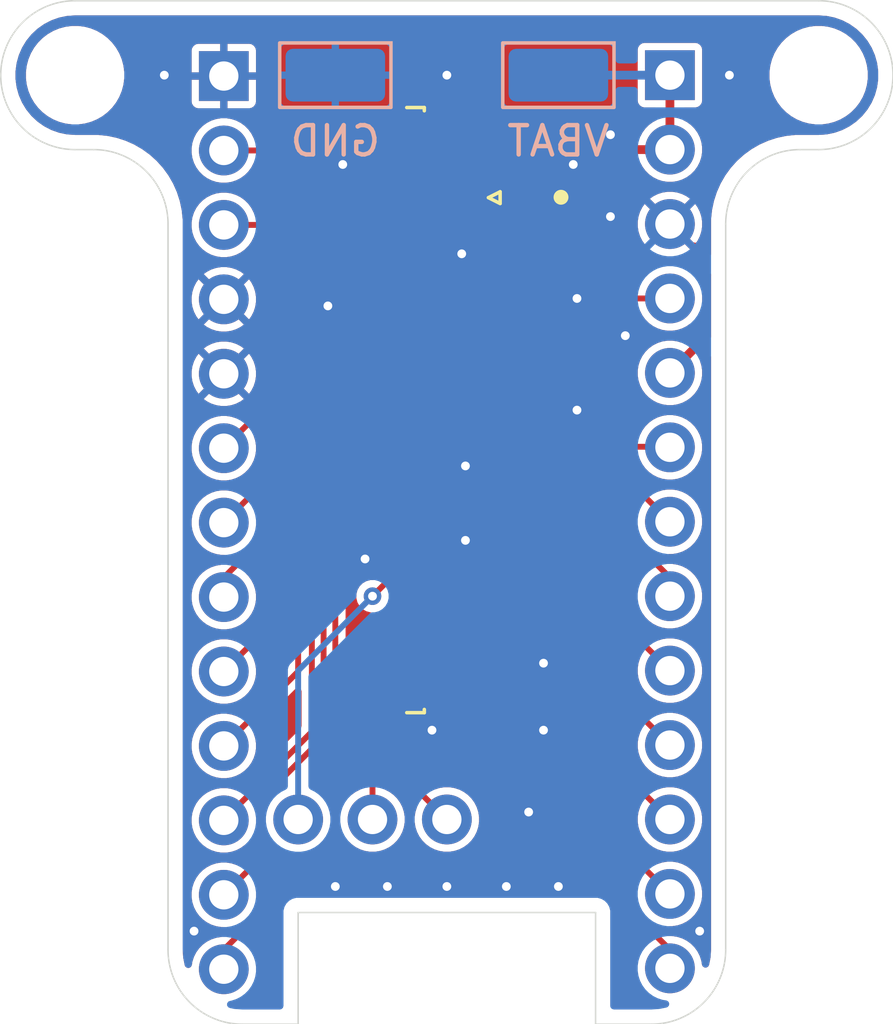
<source format=kicad_pcb>
(kicad_pcb (version 20241229) (generator "pcbnew") (generator_version "9.0")
  (layers (0 "F.Cu" signal) (2 "B.Cu" signal) (13 "F.Paste" user) (15 "B.Paste" user) (5 "F.SilkS" user "F.Silkscreen") (7 "B.SilkS" user "B.Silkscreen") (1 "F.Mask" user) (3 "B.Mask" user) (25 "Edge.Cuts" user))
  (net 0 "")
  (net 1 "GND")
  (net 2 "P1.00")
  (net 3 "P0.20")
  (net 4 "P0.11")
  (net 5 "P1.06")
  (net 6 "P0.22")
  (net 7 "P0.17")
  (net 8 "P0.24")
  (net 9 "P0.06")
  (net 10 "P0.08")
  (net 11 "P1.04")
  (net 12 "P1.07")
  (net 13 "P1.02")
  (net 14 "P1.01")
  (net 15 "+BATT")
  (net 16 "P0.02")
  (net 17 "P0.10")
  (net 18 "P0.29")
  (net 19 "P1.11")
  (net 20 "P0.31")
  (net 21 "RESET")
  (net 22 "P1.15")
  (net 23 "P1.13")
  (net 24 "+3.3V")
  (net 25 "P0.09")
  (footprint "Connector_PinHeader_2.54mm:PinHeader_1x13_P2.54mm_Vertical" (layer "F.Cu") (at 127 91.47)
    (property "Reference" "J1" (hide yes))
    (property "Value" "Conn_01x13" (hide yes))
    (pad "1" thru_hole rect (at 0 0) (size 1.7 1.7) (drill 1) (layers "*.Cu" "*.Mask") (net 1 "GND"))
    (pad "2" thru_hole circle (at 0 2.54) (size 1.7 1.7) (drill 1) (layers "*.Cu" "*.Mask") (net 9 "P0.06"))
    (pad "3" thru_hole circle (at 0 5.08) (size 1.7 1.7) (drill 1) (layers "*.Cu" "*.Mask") (net 10 "P0.08"))
    (pad "4" thru_hole circle (at 0 7.62) (size 1.7 1.7) (drill 1) (layers "*.Cu" "*.Mask") (net 1 "GND"))
    (pad "5" thru_hole circle (at 0 10.16) (size 1.7 1.7) (drill 1) (layers "*.Cu" "*.Mask") (net 1 "GND"))
    (pad "6" thru_hole circle (at 0 12.7) (size 1.7 1.7) (drill 1) (layers "*.Cu" "*.Mask") (net 7 "P0.17"))
    (pad "7" thru_hole circle (at 0 15.24) (size 1.7 1.7) (drill 1) (layers "*.Cu" "*.Mask") (net 3 "P0.20"))
    (pad "8" thru_hole circle (at 0 17.78) (size 1.7 1.7) (drill 1) (layers "*.Cu" "*.Mask") (net 6 "P0.22"))
    (pad "9" thru_hole circle (at 0 20.32) (size 1.7 1.7) (drill 1) (layers "*.Cu" "*.Mask") (net 8 "P0.24"))
    (pad "10" thru_hole circle (at 0 22.86) (size 1.7 1.7) (drill 1) (layers "*.Cu" "*.Mask") (net 2 "P1.00"))
    (pad "11" thru_hole circle (at 0 25.4) (size 1.7 1.7) (drill 1) (layers "*.Cu" "*.Mask") (net 4 "P0.11"))
    (pad "12" thru_hole circle (at 0 27.94) (size 1.7 1.7) (drill 1) (layers "*.Cu" "*.Mask") (net 11 "P1.04"))
    (pad "13" thru_hole circle (at 0 30.48) (size 1.7 1.7) (drill 1) (layers "*.Cu" "*.Mask") (net 5 "P1.06"))
  )
  (footprint "Connector_PinHeader_2.54mm:PinHeader_1x03_P2.54mm_Vertical" (layer "F.Cu") (at 129.54 116.84 90)
    (property "Reference" "J2" (hide yes))
    (property "Value" "Conn_01x03" (hide yes))
    (pad "1" thru_hole circle (at 0 0 90) (size 1.7 1.7) (drill 1) (layers "*.Cu" "*.Mask") (net 14 "P1.01"))
    (pad "2" thru_hole circle (at 0 2.54 90) (size 1.7 1.7) (drill 1) (layers "*.Cu" "*.Mask") (net 13 "P1.02"))
    (pad "3" thru_hole circle (at 0 5.08 90) (size 1.7 1.7) (drill 1) (layers "*.Cu" "*.Mask") (net 12 "P1.07"))
  )
  (footprint "MountingHole:MountingHole_2.7mm_M2.5_ISO7380" (layer "F.Cu") (at 121.92 91.44)
    (property "Reference" "H1" (hide yes))
    (property "Value" "MountingHole" (hide yes))
    (pad "" np_thru_hole circle (at 0 0) (size 2.7 2.7) (drill 2.7) (layers "*.Cu" "*.Mask"))
  )
  (footprint "Connector_FFC-FPC:TE_3-1734839-0_1x30-1MP_P0.5mm_Horizontal" (layer "F.Cu") (at 135.89 102.87 -90)
    (property "Reference" "J4" (hide yes))
    (property "Value" "Conn_01x30")
    (fp_line (start -10.325 2.04) (end -10.325 2.64) (stroke (width 0.12)) (layer "F.SilkS"))
    (fp_line (start -10.215 2.04) (end -10.325 2.04) (stroke (width 0.12)) (layer "F.SilkS"))
    (fp_line (start 10.215 2.04) (end 10.325 2.04) (stroke (width 0.12)) (layer "F.SilkS"))
    (fp_line (start 10.325 2.04) (end 10.325 2.64) (stroke (width 0.12)) (layer "F.SilkS"))
    (fp_line (start -7.25 -0.15) (end -7.05 -0.55) (stroke (width 0.12)) (layer "F.SilkS"))
    (fp_line (start -7.45 -0.55) (end -7.25 -0.15) (stroke (width 0.12)) (layer "F.SilkS"))
    (fp_line (start -7.05 -0.55) (end -7.45 -0.55) (stroke (width 0.12)) (layer "F.SilkS"))
    (pad "1" smd rect (at -7.25 -1.35 270) (size 0.3 1.1) (layers "F.Cu" "F.Mask" "F.Paste") (net 15 "+BATT"))
    (pad "2" smd rect (at -6.75 -1.35 270) (size 0.3 1.1) (layers "F.Cu" "F.Mask" "F.Paste") (net 15 "+BATT"))
    (pad "3" smd rect (at -6.25 -1.35 270) (size 0.3 1.1) (layers "F.Cu" "F.Mask" "F.Paste") (net 24 "+3.3V"))
    (pad "4" smd rect (at -5.75 -1.35 270) (size 0.3 1.1) (layers "F.Cu" "F.Mask" "F.Paste") (net 24 "+3.3V"))
    (pad "5" smd rect (at -5.25 -1.35 270) (size 0.3 1.1) (layers "F.Cu" "F.Mask" "F.Paste") (net 21 "RESET"))
    (pad "6" smd rect (at -4.75 -1.35 270) (size 0.3 1.1) (layers "F.Cu" "F.Mask" "F.Paste") (net 1 "GND"))
    (pad "7" smd rect (at -4.25 -1.35 270) (size 0.3 1.1) (layers "F.Cu" "F.Mask" "F.Paste") (net 9 "P0.06"))
    (pad "8" smd rect (at -3.75 -1.35 270) (size 0.3 1.1) (layers "F.Cu" "F.Mask" "F.Paste") (net 10 "P0.08"))
    (pad "9" smd rect (at -3.25 -1.35 270) (size 0.3 1.1) (layers "F.Cu" "F.Mask" "F.Paste") (net 7 "P0.17"))
    (pad "10" smd rect (at -2.75 -1.35 270) (size 0.3 1.1) (layers "F.Cu" "F.Mask" "F.Paste") (net 3 "P0.20"))
    (pad "11" smd rect (at -2.25 -1.35 270) (size 0.3 1.1) (layers "F.Cu" "F.Mask" "F.Paste") (net 6 "P0.22"))
    (pad "12" smd rect (at -1.75 -1.35 270) (size 0.3 1.1) (layers "F.Cu" "F.Mask" "F.Paste") (net 8 "P0.24"))
    (pad "13" smd rect (at -1.25 -1.35 270) (size 0.3 1.1) (layers "F.Cu" "F.Mask" "F.Paste") (net 2 "P1.00"))
    (pad "14" smd rect (at -0.75 -1.35 270) (size 0.3 1.1) (layers "F.Cu" "F.Mask" "F.Paste") (net 4 "P0.11"))
    (pad "15" smd rect (at -0.25 -1.35 270) (size 0.3 1.1) (layers "F.Cu" "F.Mask" "F.Paste") (net 11 "P1.04"))
    (pad "16" smd rect (at 0.25 -1.35 270) (size 0.3 1.1) (layers "F.Cu" "F.Mask" "F.Paste") (net 5 "P1.06"))
    (pad "17" smd rect (at 0.75 -1.35 270) (size 0.3 1.1) (layers "F.Cu" "F.Mask" "F.Paste") (net 1 "GND"))
    (pad "18" smd rect (at 1.25 -1.35 270) (size 0.3 1.1) (layers "F.Cu" "F.Mask" "F.Paste") (net 20 "P0.31"))
    (pad "19" smd rect (at 1.75 -1.35 270) (size 0.3 1.1) (layers "F.Cu" "F.Mask" "F.Paste") (net 18 "P0.29"))
    (pad "20" smd rect (at 2.25 -1.35 270) (size 0.3 1.1) (layers "F.Cu" "F.Mask" "F.Paste") (net 16 "P0.02"))
    (pad "21" smd rect (at 2.75 -1.35 270) (size 0.3 1.1) (layers "F.Cu" "F.Mask" "F.Paste") (net 22 "P1.15"))
    (pad "22" smd rect (at 3.25 -1.35 270) (size 0.3 1.1) (layers "F.Cu" "F.Mask" "F.Paste") (net 23 "P1.13"))
    (pad "23" smd rect (at 3.75 -1.35 270) (size 0.3 1.1) (layers "F.Cu" "F.Mask" "F.Paste") (net 19 "P1.11"))
    (pad "24" smd rect (at 4.25 -1.35 270) (size 0.3 1.1) (layers "F.Cu" "F.Mask" "F.Paste") (net 17 "P0.10"))
    (pad "25" smd rect (at 4.75 -1.35 270) (size 0.3 1.1) (layers "F.Cu" "F.Mask" "F.Paste") (net 25 "P0.09"))
    (pad "26" smd rect (at 5.25 -1.35 270) (size 0.3 1.1) (layers "F.Cu" "F.Mask" "F.Paste") (net 1 "GND"))
    (pad "27" smd rect (at 5.75 -1.35 270) (size 0.3 1.1) (layers "F.Cu" "F.Mask" "F.Paste") (net 14 "P1.01"))
    (pad "28" smd rect (at 6.25 -1.35 270) (size 0.3 1.1) (layers "F.Cu" "F.Mask" "F.Paste") (net 13 "P1.02"))
    (pad "29" smd rect (at 6.75 -1.35 270) (size 0.3 1.1) (layers "F.Cu" "F.Mask" "F.Paste") (net 12 "P1.07"))
    (pad "30" smd rect (at 7.25 -1.35 270) (size 0.3 1.1) (layers "F.Cu" "F.Mask" "F.Paste") (net 1 "GND"))
    (pad "MP" smd rect (at -8.92 0.35 270) (size 2.3 3.1) (layers "F.Cu" "F.Mask" "F.Paste"))
    (pad "MP" smd rect (at 8.92 0.35 270) (size 2.3 3.1) (layers "F.Cu" "F.Mask" "F.Paste"))
  )
  (footprint "Connector_PinHeader_2.54mm:PinHeader_1x13_P2.54mm_Vertical" (layer "F.Cu") (at 142.24 91.44)
    (property "Reference" "J3" (hide yes))
    (property "Value" "Conn_01x13" (hide yes))
    (pad "1" thru_hole rect (at 0 0) (size 1.7 1.7) (drill 1) (layers "*.Cu" "*.Mask") (net 15 "+BATT"))
    (pad "2" thru_hole circle (at 0 2.54) (size 1.7 1.7) (drill 1) (layers "*.Cu" "*.Mask") (net 15 "+BATT"))
    (pad "3" thru_hole circle (at 0 5.08) (size 1.7 1.7) (drill 1) (layers "*.Cu" "*.Mask") (net 1 "GND"))
    (pad "4" thru_hole circle (at 0 7.62) (size 1.7 1.7) (drill 1) (layers "*.Cu" "*.Mask") (net 21 "RESET"))
    (pad "5" thru_hole circle (at 0 10.16) (size 1.7 1.7) (drill 1) (layers "*.Cu" "*.Mask") (net 24 "+3.3V"))
    (pad "6" thru_hole circle (at 0 12.7) (size 1.7 1.7) (drill 1) (layers "*.Cu" "*.Mask") (net 20 "P0.31"))
    (pad "7" thru_hole circle (at 0 15.24) (size 1.7 1.7) (drill 1) (layers "*.Cu" "*.Mask") (net 18 "P0.29"))
    (pad "8" thru_hole circle (at 0 17.78) (size 1.7 1.7) (drill 1) (layers "*.Cu" "*.Mask") (net 16 "P0.02"))
    (pad "9" thru_hole circle (at 0 20.32) (size 1.7 1.7) (drill 1) (layers "*.Cu" "*.Mask") (net 22 "P1.15"))
    (pad "10" thru_hole circle (at 0 22.86) (size 1.7 1.7) (drill 1) (layers "*.Cu" "*.Mask") (net 23 "P1.13"))
    (pad "11" thru_hole circle (at 0 25.4) (size 1.7 1.7) (drill 1) (layers "*.Cu" "*.Mask") (net 19 "P1.11"))
    (pad "12" thru_hole circle (at 0 27.94) (size 1.7 1.7) (drill 1) (layers "*.Cu" "*.Mask") (net 17 "P0.10"))
    (pad "13" thru_hole circle (at 0 30.48) (size 1.7 1.7) (drill 1) (layers "*.Cu" "*.Mask") (net 25 "P0.09"))
  )
  (footprint "MountingHole:MountingHole_2.7mm_M2.5_ISO7380" (layer "F.Cu") (at 147.32 91.44)
    (property "Reference" "H2" (hide yes))
    (property "Value" "MountingHole" (hide yes))
    (pad "" np_thru_hole circle (at 0 0) (size 2.7 2.7) (drill 2.7) (layers "*.Cu" "*.Mask"))
  )
  (footprint "TestPoint:TestPoint_Keystone_5015_Micro_Mini" (layer "B.Cu") (at 130.81 91.44 180)
    (property "Reference" "TP2" (hide yes))
    (property "Value" "GND" (at 0 -2.25 0) (layer "B.SilkS") (effects (justify mirror)))
    (fp_rect (start -1.9 1.1) (end 1.9 -1.1) (stroke (width 0.12)) (fill no) (layer "B.SilkS"))
    (pad "1" smd roundrect (at 0 0 180) (size 3.4 1.8) (layers "B.Cu" "B.Mask" "B.Paste") (roundrect_rratio 0.1388888889) (net 1 "GND"))
  )
  (footprint "TestPoint:TestPoint_Keystone_5015_Micro_Mini" (layer "B.Cu") (at 138.43 91.44 180)
    (property "Reference" "TP1" (hide yes))
    (property "Value" "VBAT" (at 0 -2.25 0) (layer "B.SilkS") (effects (justify mirror)))
    (fp_rect (start -1.9 1.1) (end 1.9 -1.1) (stroke (width 0.12)) (fill no) (layer "B.SilkS"))
    (pad "1" smd roundrect (at 0 0 180) (size 3.4 1.8) (layers "B.Cu" "B.Mask" "B.Paste") (roundrect_rratio 0.1388888889) (net 15 "+BATT"))
  )
  (gr_circle (center 138.51939 95.606444) (end 138.77339 95.606444) (fill yes) (layer "F.SilkS"))
  (gr_arc (start 147.32 88.9) (mid 149.86 91.44) (end 147.32 93.98) (stroke (width 0.05)) (layer "Edge.Cuts"))
  (gr_line (start 139.7 120.015) (end 139.7 123.825) (stroke (width 0.05)) (layer "Edge.Cuts"))
  (gr_line (start 139.7 123.825) (end 141.605 123.825) (stroke (width 0.05)) (layer "Edge.Cuts"))
  (gr_line (start 121.92 93.98) (end 122.555 93.98) (stroke (width 0.05)) (layer "Edge.Cuts"))
  (gr_arc (start 144.145 96.52) (mid 144.888949 94.723949) (end 146.685 93.98) (stroke (width 0.05)) (layer "Edge.Cuts"))
  (gr_line (start 127.635 123.825) (end 129.54 123.825) (stroke (width 0.05)) (layer "Edge.Cuts"))
  (gr_arc (start 122.555 93.98) (mid 124.351051 94.723949) (end 125.095 96.52) (stroke (width 0.05)) (layer "Edge.Cuts"))
  (gr_arc (start 127.635 123.825) (mid 125.838949 123.081051) (end 125.095 121.285) (stroke (width 0.05)) (layer "Edge.Cuts"))
  (gr_line (start 129.54 120.015) (end 139.7 120.015) (stroke (width 0.05)) (layer "Edge.Cuts"))
  (gr_arc (start 144.145 121.285) (mid 143.401051 123.081051) (end 141.605 123.825) (stroke (width 0.05)) (layer "Edge.Cuts"))
  (gr_line (start 147.32 88.9) (end 121.92 88.9) (stroke (width 0.05)) (layer "Edge.Cuts"))
  (gr_line (start 129.54 123.825) (end 129.54 120.015) (stroke (width 0.05)) (layer "Edge.Cuts"))
  (gr_line (start 147.32 93.98) (end 146.685 93.98) (stroke (width 0.05)) (layer "Edge.Cuts"))
  (gr_arc (start 121.92 93.98) (mid 119.38 91.44) (end 121.92 88.9) (stroke (width 0.05)) (layer "Edge.Cuts"))
  (gr_line (start 125.095 121.285) (end 125.095 96.52) (stroke (width 0.05)) (layer "Edge.Cuts"))
  (gr_line (start 144.145 96.52) (end 144.145 121.285) (stroke (width 0.05)) (layer "Edge.Cuts"))
  (segment (start 136.41 103.62) (end 135.255 104.775) (width 0.2) (layer "F.Cu") (net 1))
  (segment (start 137.24 103.62) (end 136.41 103.62) (width 0.2) (layer "F.Cu") (net 1))
  (segment (start 138.43 110.49) (end 138.06 110.12) (width 0.2) (layer "F.Cu") (net 1))
  (segment (start 137.24 108.12) (end 136.06 108.12) (width 0.2) (layer "F.Cu") (net 1))
  (segment (start 138.06 110.12) (end 137.24 110.12) (width 0.2) (layer "F.Cu") (net 1))
  (segment (start 139.065 102.87) (end 138.315 103.62) (width 0.2) (layer "F.Cu") (net 1))
  (segment (start 135.128 97.536) (end 135.128 97.663) (width 0.2) (layer "F.Cu") (net 1))
  (segment (start 135.585 98.12) (end 137.24 98.12) (width 0.2) (layer "F.Cu") (net 1))
  (segment (start 137.24 98.12) (end 138.125 98.12) (width 0.2) (layer "F.Cu") (net 1))
  (segment (start 137.922 111.506) (end 138.43 110.998) (width 0.2) (layer "F.Cu") (net 1))
  (segment (start 135.128 97.663) (end 135.585 98.12) (width 0.2) (layer "F.Cu") (net 1))
  (segment (start 136.06 108.12) (end 135.255 107.315) (width 0.2) (layer "F.Cu") (net 1))
  (segment (start 138.125 98.12) (end 139.065 99.06) (width 0.2) (layer "F.Cu") (net 1))
  (segment (start 138.315 103.62) (end 137.24 103.62) (width 0.2) (layer "F.Cu") (net 1))
  (segment (start 138.43 110.998) (end 138.43 110.49) (width 0.2) (layer "F.Cu") (net 1))
  (via (at 124.968 91.44) (size 0.6) (drill 0.3) (layers "F.Cu" "B.Cu") (net 1))
  (via (at 130.81 119.126) (size 0.6) (drill 0.3) (layers "F.Cu" "B.Cu") (net 1))
  (via (at 131.826 107.95) (size 0.6) (drill 0.3) (layers "F.Cu" "B.Cu") (net 1))
  (via (at 134.112 113.792) (size 0.6) (drill 0.3) (layers "F.Cu" "B.Cu") (net 1))
  (via (at 137.414 116.586) (size 0.6) (drill 0.3) (layers "F.Cu" "B.Cu") (net 1))
  (via (at 132.588 119.126) (size 0.6) (drill 0.3) (layers "F.Cu" "B.Cu") (net 1))
  (via (at 140.208 93.472) (size 0.6) (drill 0.3) (layers "F.Cu" "B.Cu") (net 1))
  (via (at 139.065 102.87) (size 0.6) (drill 0.3) (layers "F.Cu" "B.Cu") (net 1))
  (via (at 131.064 94.488) (size 0.6) (drill 0.3) (layers "F.Cu" "B.Cu") (net 1))
  (via (at 130.556 99.314) (size 0.6) (drill 0.3) (layers "F.Cu" "B.Cu") (net 1))
  (via (at 138.43 119.126) (size 0.6) (drill 0.3) (layers "F.Cu" "B.Cu") (net 1))
  (via (at 125.984 120.65) (size 0.6) (drill 0.3) (layers "F.Cu" "B.Cu") (net 1))
  (via (at 135.255 104.775) (size 0.6) (drill 0.3) (layers "F.Cu" "B.Cu") (net 1))
  (via (at 139.065 99.06) (size 0.6) (drill 0.3) (layers "F.Cu" "B.Cu") (net 1))
  (via (at 144.272 91.44) (size 0.6) (drill 0.3) (layers "F.Cu" "B.Cu") (net 1))
  (via (at 134.62 119.126) (size 0.6) (drill 0.3) (layers "F.Cu" "B.Cu") (net 1))
  (via (at 136.652 119.126) (size 0.6) (drill 0.3) (layers "F.Cu" "B.Cu") (net 1))
  (via (at 140.716 100.33) (size 0.6) (drill 0.3) (layers "F.Cu" "B.Cu") (net 1))
  (via (at 135.128 97.536) (size 0.6) (drill 0.3) (layers "F.Cu" "B.Cu") (net 1))
  (via (at 143.256 120.65) (size 0.6) (drill 0.3) (layers "F.Cu" "B.Cu") (net 1))
  (via (at 135.255 107.315) (size 0.6) (drill 0.3) (layers "F.Cu" "B.Cu") (net 1))
  (via (at 138.938 94.488) (size 0.6) (drill 0.3) (layers "F.Cu" "B.Cu") (net 1))
  (via (at 140.208 96.266) (size 0.6) (drill 0.3) (layers "F.Cu" "B.Cu") (net 1))
  (via (at 134.62 91.44) (size 0.6) (drill 0.3) (layers "F.Cu" "B.Cu") (net 1))
  (via (at 137.922 111.506) (size 0.6) (drill 0.3) (layers "F.Cu" "B.Cu") (net 1))
  (via (at 137.922 113.792) (size 0.6) (drill 0.3) (layers "F.Cu" "B.Cu") (net 1))
  (segment (start 129.54 107.21315) (end 129.54 111.79) (width 0.2) (layer "F.Cu") (net 2))
  (segment (start 135.13315 101.62) (end 129.54 107.21315) (width 0.2) (layer "F.Cu") (net 2))
  (segment (start 137.24 101.62) (end 135.13315 101.62) (width 0.2) (layer "F.Cu") (net 2))
  (segment (start 129.54 111.79) (end 127 114.33) (width 0.2) (layer "F.Cu") (net 2))
  (segment (start 127 106.71) (end 133.59 100.12) (width 0.2) (layer "F.Cu") (net 3))
  (segment (start 133.59 100.12) (end 137.24 100.12) (width 0.2) (layer "F.Cu") (net 3))
  (segment (start 130.008 113.847) (end 127 116.855) (width 0.2) (layer "F.Cu") (net 4))
  (segment (start 127 116.855) (end 127 116.87) (width 0.2) (layer "F.Cu") (net 4))
  (segment (start 137.24 102.12) (end 135.20025 102.12) (width 0.2) (layer "F.Cu") (net 4))
  (segment (start 135.20025 102.12) (end 130.008 107.31225) (width 0.2) (layer "F.Cu") (net 4))
  (segment (start 130.008 107.31225) (end 130.008 113.847) (width 0.2) (layer "F.Cu") (net 4))
  (segment (start 135.33445 103.12) (end 130.81 107.64445) (width 0.2) (layer "F.Cu") (net 5))
  (segment (start 127 121.285) (end 127 121.95) (width 0.2) (layer "F.Cu") (net 5))
  (segment (start 137.24 103.12) (end 135.33445 103.12) (width 0.2) (layer "F.Cu") (net 5))
  (segment (start 130.81 107.64445) (end 130.81 117.475) (width 0.2) (layer "F.Cu") (net 5))
  (segment (start 130.81 117.475) (end 127 121.285) (width 0.2) (layer "F.Cu") (net 5))
  (segment (start 127 109.25) (end 127 108.585) (width 0.2) (layer "F.Cu") (net 6))
  (segment (start 127 108.585) (end 134.965 100.62) (width 0.2) (layer "F.Cu") (net 6))
  (segment (start 134.965 100.62) (end 137.24 100.62) (width 0.2) (layer "F.Cu") (net 6))
  (segment (start 127 104.17) (end 131.55 99.62) (width 0.2) (layer "F.Cu") (net 7))
  (segment (start 131.55 99.62) (end 137.24 99.62) (width 0.2) (layer "F.Cu") (net 7))
  (segment (start 127 111.79) (end 129.139 109.651) (width 0.2) (layer "F.Cu") (net 8))
  (segment (start 129.139 107.04705) (end 135.06605 101.12) (width 0.2) (layer "F.Cu") (net 8))
  (segment (start 135.06605 101.12) (end 137.24 101.12) (width 0.2) (layer "F.Cu") (net 8))
  (segment (start 129.139 109.651) (end 129.139 107.04705) (width 0.2) (layer "F.Cu") (net 8))
  (segment (start 127 94.01) (end 128.808 94.01) (width 0.2) (layer "F.Cu") (net 9))
  (segment (start 133.418 98.62) (end 137.24 98.62) (width 0.2) (layer "F.Cu") (net 9))
  (segment (start 128.808 94.01) (end 133.418 98.62) (width 0.2) (layer "F.Cu") (net 9))
  (segment (start 131.632 99.12) (end 137.24 99.12) (width 0.2) (layer "F.Cu") (net 10))
  (segment (start 127 96.55) (end 129.062 96.55) (width 0.2) (layer "F.Cu") (net 10))
  (segment (start 129.062 96.55) (end 131.632 99.12) (width 0.2) (layer "F.Cu") (net 10))
  (segment (start 128.27 118.14) (end 128.27 116.1671) (width 0.2) (layer "F.Cu") (net 11))
  (segment (start 135.26735 102.62) (end 137.24 102.62) (width 0.2) (layer "F.Cu") (net 11))
  (segment (start 127 119.41) (end 128.27 118.14) (width 0.2) (layer "F.Cu") (net 11))
  (segment (start 128.27 116.1671) (end 130.409 114.0281) (width 0.2) (layer "F.Cu") (net 11))
  (segment (start 130.409 114.0281) (end 130.409 107.47835) (width 0.2) (layer "F.Cu") (net 11))
  (segment (start 130.409 107.47835) (end 135.26735 102.62) (width 0.2) (layer "F.Cu") (net 11))
  (segment (start 133.35 110.2665) (end 133.35 115.57) (width 0.2) (layer "F.Cu") (net 12))
  (segment (start 133.9965 109.62) (end 133.35 110.2665) (width 0.2) (layer "F.Cu") (net 12))
  (segment (start 137.24 109.62) (end 133.9965 109.62) (width 0.2) (layer "F.Cu") (net 12))
  (segment (start 133.35 115.57) (end 134.62 116.84) (width 0.2) (layer "F.Cu") (net 12))
  (segment (start 133.45 109.12) (end 132.08 110.49) (width 0.2) (layer "F.Cu") (net 13))
  (segment (start 132.08 110.49) (end 132.08 116.84) (width 0.2) (layer "F.Cu") (net 13))
  (segment (start 137.24 109.12) (end 133.45 109.12) (width 0.2) (layer "F.Cu") (net 13))
  (segment (start 132.68 108.62) (end 137.24 108.62) (width 0.2) (layer "F.Cu") (net 14))
  (segment (start 132.08 109.22) (end 132.68 108.62) (width 0.2) (layer "F.Cu") (net 14))
  (via (at 132.08 109.22) (size 0.6) (drill 0.3) (layers "F.Cu" "B.Cu") (net 14))
  (segment (start 129.54 111.76) (end 129.54 116.84) (width 0.2) (layer "B.Cu") (net 14))
  (segment (start 132.08 109.22) (end 129.54 111.76) (width 0.2) (layer "B.Cu") (net 14))
  (segment (start 139.33 95.62) (end 137.24 95.62) (width 0.3) (layer "F.Cu") (net 15))
  (segment (start 142.24 93.98) (end 140.97 93.98) (width 0.3) (layer "F.Cu") (net 15))
  (segment (start 137.24 95.62) (end 137.24 96.12) (width 0.3) (layer "F.Cu") (net 15))
  (segment (start 140.97 93.98) (end 139.33 95.62) (width 0.3) (layer "F.Cu") (net 15))
  (segment (start 142.24 91.44) (end 142.24 93.98) (width 0.3) (layer "F.Cu") (net 15))
  (segment (start 142.24 91.44) (end 138.43 91.44) (width 0.3) (layer "B.Cu") (net 15))
  (segment (start 142.24 109.22) (end 142.24 108.585) (width 0.2) (layer "F.Cu") (net 16))
  (segment (start 138.775 105.12) (end 137.24 105.12) (width 0.2) (layer "F.Cu") (net 16))
  (segment (start 142.24 108.585) (end 138.775 105.12) (width 0.2) (layer "F.Cu") (net 16))
  (segment (start 138.3029 107.12) (end 139.466 108.2831) (width 0.2) (layer "F.Cu") (net 17))
  (segment (start 139.466 108.2831) (end 139.466 116.606) (width 0.2) (layer "F.Cu") (net 17))
  (segment (start 137.24 107.12) (end 138.3029 107.12) (width 0.2) (layer "F.Cu") (net 17))
  (segment (start 139.466 116.606) (end 142.24 119.38) (width 0.2) (layer "F.Cu") (net 17))
  (segment (start 140.18 104.62) (end 137.24 104.62) (width 0.2) (layer "F.Cu") (net 18))
  (segment (start 142.24 106.68) (end 140.18 104.62) (width 0.2) (layer "F.Cu") (net 18))
  (segment (start 137.24 106.62) (end 138.4379 106.62) (width 0.2) (layer "F.Cu") (net 19))
  (segment (start 138.4379 106.62) (end 139.8949 108.077) (width 0.2) (layer "F.Cu") (net 19))
  (segment (start 139.8949 114.4949) (end 142.24 116.84) (width 0.2) (layer "F.Cu") (net 19))
  (segment (start 139.8949 108.077) (end 139.8949 114.4949) (width 0.2) (layer "F.Cu") (net 19))
  (segment (start 142.22 104.12) (end 142.24 104.14) (width 0.2) (layer "F.Cu") (net 20))
  (segment (start 137.24 104.12) (end 142.22 104.12) (width 0.2) (layer "F.Cu") (net 20))
  (segment (start 140.716 99.06) (end 139.276 97.62) (width 0.2) (layer "F.Cu") (net 21))
  (segment (start 139.276 97.62) (end 137.24 97.62) (width 0.2) (layer "F.Cu") (net 21))
  (segment (start 142.24 99.06) (end 140.716 99.06) (width 0.2) (layer "F.Cu") (net 21))
  (segment (start 138.5721 105.62) (end 140.736 107.7839) (width 0.2) (layer "F.Cu") (net 22))
  (segment (start 140.736 110.256) (end 142.24 111.76) (width 0.2) (layer "F.Cu") (net 22))
  (segment (start 137.24 105.62) (end 138.5721 105.62) (width 0.2) (layer "F.Cu") (net 22))
  (segment (start 140.736 107.7839) (end 140.736 110.256) (width 0.2) (layer "F.Cu") (net 22))
  (segment (start 140.335 107.95) (end 140.335 112.395) (width 0.2) (layer "F.Cu") (net 23))
  (segment (start 140.335 112.395) (end 142.24 114.3) (width 0.2) (layer "F.Cu") (net 23))
  (segment (start 137.24 106.12) (end 138.505 106.12) (width 0.2) (layer "F.Cu") (net 23))
  (segment (start 138.505 106.12) (end 140.335 107.95) (width 0.2) (layer "F.Cu") (net 23))
  (segment (start 143.494 98.266) (end 143.494 100.346) (width 0.3) (layer "F.Cu") (net 24))
  (segment (start 137.24 97.12) (end 139.7 97.12) (width 0.3) (layer "F.Cu") (net 24))
  (segment (start 139.7 97.12) (end 140.37 97.79) (width 0.3) (layer "F.Cu") (net 24))
  (segment (start 143.018 97.79) (end 143.494 98.266) (width 0.3) (layer "F.Cu") (net 24))
  (segment (start 143.494 100.346) (end 142.24 101.6) (width 0.3) (layer "F.Cu") (net 24))
  (segment (start 137.24 96.62) (end 137.24 97.12) (width 0.3) (layer "F.Cu") (net 24))
  (segment (start 140.37 97.79) (end 143.018 97.79) (width 0.3) (layer "F.Cu") (net 24))
  (segment (start 139.065 108.643) (end 139.065 118.11) (width 0.2) (layer "F.Cu") (net 25))
  (segment (start 139.065 118.11) (end 142.24 121.285) (width 0.2) (layer "F.Cu") (net 25))
  (segment (start 137.24 107.62) (end 138.042 107.62) (width 0.2) (layer "F.Cu") (net 25))
  (segment (start 142.24 121.285) (end 142.24 121.92) (width 0.2) (layer "F.Cu") (net 25))
  (segment (start 138.042 107.62) (end 139.065 108.643) (width 0.2) (layer "F.Cu") (net 25))
  (zone (net 1) (net_name "GND") (layers "F.Cu" "B.Cu") (connect_pads (clearance 0.25)) (min_thickness 0.25) (fill yes (thermal_gap 0.25) (thermal_bridge_width 0.25))
    (polygon (pts (xy 119.38 88.9) (xy 149.86 88.9) (xy 149.86 123.825) (xy 119.38 123.825)))
  )
)
</source>
